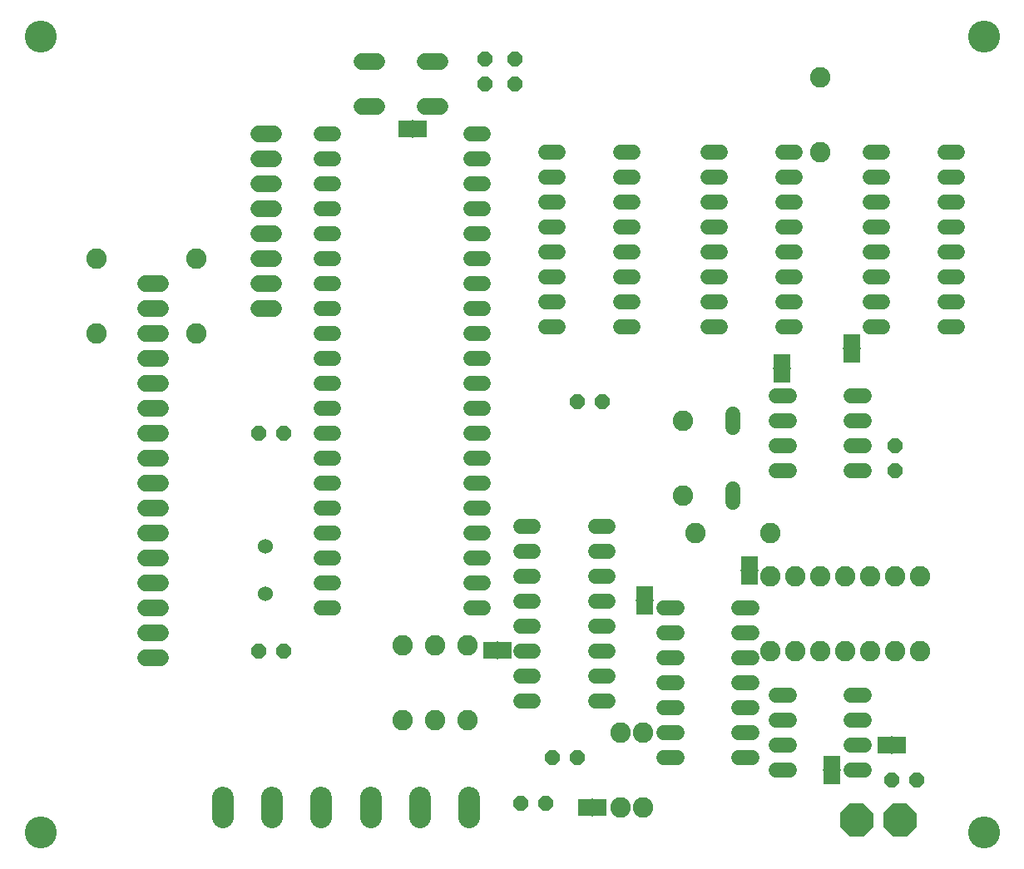
<source format=gbs>
G75*
%MOIN*%
%OFA0B0*%
%FSLAX25Y25*%
%IPPOS*%
%LPD*%
%AMOC8*
5,1,8,0,0,1.08239X$1,22.5*
%
%ADD10C,0.12800*%
%ADD11C,0.06000*%
%ADD12OC8,0.06000*%
%ADD13C,0.06800*%
%ADD14C,0.06000*%
%ADD15C,0.08200*%
%ADD16OC8,0.13200*%
%ADD17C,0.08600*%
%ADD18R,0.05400X0.07100*%
%ADD19R,0.00600X0.07200*%
%ADD20R,0.07100X0.05400*%
%ADD21R,0.07200X0.00600*%
D10*
X0011600Y0011600D03*
X0011600Y0330600D03*
X0389600Y0330600D03*
X0389600Y0011600D03*
D11*
X0341700Y0036600D02*
X0336500Y0036600D01*
X0336500Y0046600D02*
X0341700Y0046600D01*
X0341700Y0056600D02*
X0336500Y0056600D01*
X0336500Y0066600D02*
X0341700Y0066600D01*
X0311700Y0066600D02*
X0306500Y0066600D01*
X0296700Y0061600D02*
X0291500Y0061600D01*
X0291500Y0071600D02*
X0296700Y0071600D01*
X0296700Y0081600D02*
X0291500Y0081600D01*
X0291500Y0091600D02*
X0296700Y0091600D01*
X0296700Y0101600D02*
X0291500Y0101600D01*
X0266700Y0101600D02*
X0261500Y0101600D01*
X0261500Y0091600D02*
X0266700Y0091600D01*
X0266700Y0081600D02*
X0261500Y0081600D01*
X0261500Y0071600D02*
X0266700Y0071600D01*
X0266700Y0061600D02*
X0261500Y0061600D01*
X0261500Y0051600D02*
X0266700Y0051600D01*
X0266700Y0041600D02*
X0261500Y0041600D01*
X0239200Y0064100D02*
X0234000Y0064100D01*
X0234000Y0074100D02*
X0239200Y0074100D01*
X0239200Y0084100D02*
X0234000Y0084100D01*
X0234000Y0094100D02*
X0239200Y0094100D01*
X0239200Y0104100D02*
X0234000Y0104100D01*
X0234000Y0114100D02*
X0239200Y0114100D01*
X0239200Y0124100D02*
X0234000Y0124100D01*
X0234000Y0134100D02*
X0239200Y0134100D01*
X0209200Y0134100D02*
X0204000Y0134100D01*
X0204000Y0124100D02*
X0209200Y0124100D01*
X0209200Y0114100D02*
X0204000Y0114100D01*
X0204000Y0104100D02*
X0209200Y0104100D01*
X0209200Y0094100D02*
X0204000Y0094100D01*
X0204000Y0084100D02*
X0209200Y0084100D01*
X0209200Y0074100D02*
X0204000Y0074100D01*
X0204000Y0064100D02*
X0209200Y0064100D01*
X0189200Y0101600D02*
X0184000Y0101600D01*
X0184000Y0111600D02*
X0189200Y0111600D01*
X0189200Y0121600D02*
X0184000Y0121600D01*
X0184000Y0131600D02*
X0189200Y0131600D01*
X0189200Y0141600D02*
X0184000Y0141600D01*
X0184000Y0151600D02*
X0189200Y0151600D01*
X0189200Y0161600D02*
X0184000Y0161600D01*
X0184000Y0171600D02*
X0189200Y0171600D01*
X0189200Y0181600D02*
X0184000Y0181600D01*
X0184000Y0191600D02*
X0189200Y0191600D01*
X0189200Y0201600D02*
X0184000Y0201600D01*
X0184000Y0211600D02*
X0189200Y0211600D01*
X0189200Y0221600D02*
X0184000Y0221600D01*
X0184000Y0231600D02*
X0189200Y0231600D01*
X0189200Y0241600D02*
X0184000Y0241600D01*
X0184000Y0251600D02*
X0189200Y0251600D01*
X0189200Y0261600D02*
X0184000Y0261600D01*
X0184000Y0271600D02*
X0189200Y0271600D01*
X0189200Y0281600D02*
X0184000Y0281600D01*
X0184000Y0291600D02*
X0189200Y0291600D01*
X0214000Y0284100D02*
X0219200Y0284100D01*
X0219200Y0274100D02*
X0214000Y0274100D01*
X0214000Y0264100D02*
X0219200Y0264100D01*
X0219200Y0254100D02*
X0214000Y0254100D01*
X0214000Y0244100D02*
X0219200Y0244100D01*
X0219200Y0234100D02*
X0214000Y0234100D01*
X0214000Y0224100D02*
X0219200Y0224100D01*
X0219200Y0214100D02*
X0214000Y0214100D01*
X0244000Y0214100D02*
X0249200Y0214100D01*
X0249200Y0224100D02*
X0244000Y0224100D01*
X0244000Y0234100D02*
X0249200Y0234100D01*
X0249200Y0244100D02*
X0244000Y0244100D01*
X0244000Y0254100D02*
X0249200Y0254100D01*
X0249200Y0264100D02*
X0244000Y0264100D01*
X0244000Y0274100D02*
X0249200Y0274100D01*
X0249200Y0284100D02*
X0244000Y0284100D01*
X0279000Y0284100D02*
X0284200Y0284100D01*
X0284200Y0274100D02*
X0279000Y0274100D01*
X0279000Y0264100D02*
X0284200Y0264100D01*
X0284200Y0254100D02*
X0279000Y0254100D01*
X0279000Y0244100D02*
X0284200Y0244100D01*
X0284200Y0234100D02*
X0279000Y0234100D01*
X0279000Y0224100D02*
X0284200Y0224100D01*
X0284200Y0214100D02*
X0279000Y0214100D01*
X0309000Y0214100D02*
X0314200Y0214100D01*
X0314200Y0224100D02*
X0309000Y0224100D01*
X0309000Y0234100D02*
X0314200Y0234100D01*
X0314200Y0244100D02*
X0309000Y0244100D01*
X0309000Y0254100D02*
X0314200Y0254100D01*
X0314200Y0264100D02*
X0309000Y0264100D01*
X0309000Y0274100D02*
X0314200Y0274100D01*
X0314200Y0284100D02*
X0309000Y0284100D01*
X0344000Y0284100D02*
X0349200Y0284100D01*
X0349200Y0274100D02*
X0344000Y0274100D01*
X0344000Y0264100D02*
X0349200Y0264100D01*
X0349200Y0254100D02*
X0344000Y0254100D01*
X0344000Y0244100D02*
X0349200Y0244100D01*
X0349200Y0234100D02*
X0344000Y0234100D01*
X0344000Y0224100D02*
X0349200Y0224100D01*
X0349200Y0214100D02*
X0344000Y0214100D01*
X0341700Y0186600D02*
X0336500Y0186600D01*
X0336500Y0176600D02*
X0341700Y0176600D01*
X0341700Y0166600D02*
X0336500Y0166600D01*
X0336500Y0156600D02*
X0341700Y0156600D01*
X0311700Y0156600D02*
X0306500Y0156600D01*
X0306500Y0166600D02*
X0311700Y0166600D01*
X0311700Y0176600D02*
X0306500Y0176600D01*
X0306500Y0186600D02*
X0311700Y0186600D01*
X0289100Y0179200D02*
X0289100Y0174000D01*
X0289100Y0149200D02*
X0289100Y0144000D01*
X0374000Y0214100D02*
X0379200Y0214100D01*
X0379200Y0224100D02*
X0374000Y0224100D01*
X0374000Y0234100D02*
X0379200Y0234100D01*
X0379200Y0244100D02*
X0374000Y0244100D01*
X0374000Y0254100D02*
X0379200Y0254100D01*
X0379200Y0264100D02*
X0374000Y0264100D01*
X0374000Y0274100D02*
X0379200Y0274100D01*
X0379200Y0284100D02*
X0374000Y0284100D01*
X0129200Y0281600D02*
X0124000Y0281600D01*
X0124000Y0271600D02*
X0129200Y0271600D01*
X0129200Y0261600D02*
X0124000Y0261600D01*
X0124000Y0251600D02*
X0129200Y0251600D01*
X0129200Y0241600D02*
X0124000Y0241600D01*
X0124000Y0231600D02*
X0129200Y0231600D01*
X0129200Y0221600D02*
X0124000Y0221600D01*
X0124000Y0211600D02*
X0129200Y0211600D01*
X0129200Y0201600D02*
X0124000Y0201600D01*
X0124000Y0191600D02*
X0129200Y0191600D01*
X0129200Y0181600D02*
X0124000Y0181600D01*
X0124000Y0171600D02*
X0129200Y0171600D01*
X0129200Y0161600D02*
X0124000Y0161600D01*
X0124000Y0151600D02*
X0129200Y0151600D01*
X0129200Y0141600D02*
X0124000Y0141600D01*
X0124000Y0131600D02*
X0129200Y0131600D01*
X0129200Y0121600D02*
X0124000Y0121600D01*
X0124000Y0111600D02*
X0129200Y0111600D01*
X0129200Y0101600D02*
X0124000Y0101600D01*
X0291500Y0051600D02*
X0296700Y0051600D01*
X0306500Y0046600D02*
X0311700Y0046600D01*
X0311700Y0036600D02*
X0306500Y0036600D01*
X0296700Y0041600D02*
X0291500Y0041600D01*
X0306500Y0056600D02*
X0311700Y0056600D01*
X0129200Y0291600D02*
X0124000Y0291600D01*
D12*
X0189600Y0311600D03*
X0189600Y0321600D03*
X0201600Y0321600D03*
X0201600Y0311600D03*
X0226600Y0184100D03*
X0236600Y0184100D03*
X0354100Y0166600D03*
X0354100Y0156600D03*
X0226600Y0041600D03*
X0216600Y0041600D03*
X0214100Y0023100D03*
X0204100Y0023100D03*
X0109100Y0084100D03*
X0099100Y0084100D03*
X0099100Y0171600D03*
X0109100Y0171600D03*
X0352600Y0032600D03*
X0362600Y0032600D03*
D13*
X0105200Y0221600D02*
X0099200Y0221600D01*
X0099200Y0231600D02*
X0105200Y0231600D01*
X0105200Y0241600D02*
X0099200Y0241600D01*
X0099200Y0251600D02*
X0105200Y0251600D01*
X0105200Y0261600D02*
X0099200Y0261600D01*
X0099200Y0271600D02*
X0105200Y0271600D01*
X0105200Y0281600D02*
X0099200Y0281600D01*
X0099200Y0291600D02*
X0105200Y0291600D01*
X0140300Y0302700D02*
X0146300Y0302700D01*
X0146300Y0320500D02*
X0140300Y0320500D01*
X0165900Y0320500D02*
X0171900Y0320500D01*
X0171900Y0302700D02*
X0165900Y0302700D01*
X0059600Y0231600D02*
X0053600Y0231600D01*
X0053600Y0221600D02*
X0059600Y0221600D01*
X0059600Y0211600D02*
X0053600Y0211600D01*
X0053600Y0201600D02*
X0059600Y0201600D01*
X0059600Y0191600D02*
X0053600Y0191600D01*
X0053600Y0181600D02*
X0059600Y0181600D01*
X0059600Y0171600D02*
X0053600Y0171600D01*
X0053600Y0161600D02*
X0059600Y0161600D01*
X0059600Y0151600D02*
X0053600Y0151600D01*
X0053600Y0141600D02*
X0059600Y0141600D01*
X0059600Y0131600D02*
X0053600Y0131600D01*
X0053600Y0121600D02*
X0059600Y0121600D01*
X0059600Y0111600D02*
X0053600Y0111600D01*
X0053600Y0101600D02*
X0059600Y0101600D01*
X0059600Y0091600D02*
X0053600Y0091600D01*
X0053600Y0081600D02*
X0059600Y0081600D01*
D14*
X0101600Y0107100D03*
X0101600Y0126100D03*
D15*
X0156600Y0086600D03*
X0169600Y0086600D03*
X0182600Y0086600D03*
X0182600Y0056600D03*
X0169600Y0056600D03*
X0156600Y0056600D03*
X0244100Y0051600D03*
X0253100Y0051600D03*
X0253100Y0021600D03*
X0244100Y0021600D03*
X0304100Y0084100D03*
X0314100Y0084100D03*
X0324100Y0084100D03*
X0334100Y0084100D03*
X0344100Y0084100D03*
X0354100Y0084100D03*
X0364100Y0084100D03*
X0364100Y0114100D03*
X0354100Y0114100D03*
X0344100Y0114100D03*
X0334100Y0114100D03*
X0324100Y0114100D03*
X0314100Y0114100D03*
X0304100Y0114100D03*
X0304100Y0131600D03*
X0274100Y0131600D03*
X0269100Y0146600D03*
X0269100Y0176600D03*
X0324100Y0284100D03*
X0324100Y0314100D03*
X0074100Y0241600D03*
X0074100Y0211600D03*
X0034100Y0211600D03*
X0034100Y0241600D03*
D16*
X0338600Y0016600D03*
X0356100Y0016600D03*
D17*
X0183400Y0017700D02*
X0183400Y0025500D01*
X0163700Y0025500D02*
X0163700Y0017700D01*
X0144000Y0017700D02*
X0144000Y0025500D01*
X0124200Y0025500D02*
X0124200Y0017700D01*
X0104500Y0017700D02*
X0104500Y0025500D01*
X0084800Y0025500D02*
X0084800Y0017700D01*
D18*
X0191600Y0084600D03*
X0197600Y0084600D03*
X0229600Y0021600D03*
X0235600Y0021600D03*
X0349600Y0046600D03*
X0355600Y0046600D03*
X0163600Y0293600D03*
X0157600Y0293600D03*
D19*
X0160600Y0293600D03*
X0194600Y0084600D03*
X0232600Y0021600D03*
X0352600Y0046600D03*
D20*
X0328600Y0039600D03*
X0328600Y0033600D03*
X0253600Y0101600D03*
X0253600Y0107600D03*
X0295600Y0113600D03*
X0295600Y0119600D03*
X0308600Y0194600D03*
X0308600Y0200600D03*
X0336600Y0202600D03*
X0336600Y0208600D03*
D21*
X0336600Y0205600D03*
X0308600Y0197600D03*
X0295600Y0116600D03*
X0253600Y0104600D03*
X0328600Y0036600D03*
M02*

</source>
